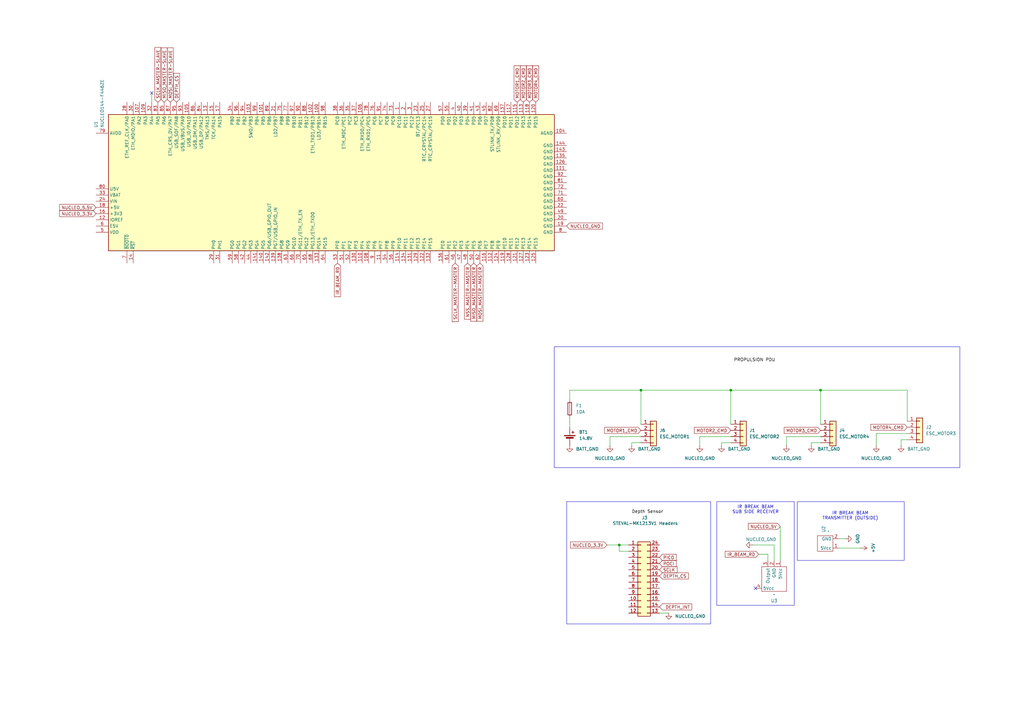
<source format=kicad_sch>
(kicad_sch (version 20231120) (generator "eeschema") (generator_version "8.0")
  (paper "A3")
  (lib_symbols
    (symbol "Connector_Generic:Conn_01x04" (pin_names (offset 1.016) hide)
      (property "Reference" "J" (at 0 5.08 0))
      (property "Value" "Conn_01x04" (at 0 -7.62 0))
      (symbol "Conn_01x04_1_1"
        (rectangle (start -1.27 -4.953) (end 0 -5.207) (stroke (width 0.1524)))
        (rectangle (start -1.27 -2.413) (end 0 -2.667) (stroke (width 0.1524)))
        (rectangle (start -1.27 0.127) (end 0 -0.127) (stroke (width 0.1524)))
        (rectangle (start -1.27 2.667) (end 0 2.413) (stroke (width 0.1524)))
        (rectangle (start -1.27 3.81) (end 1.27 -6.35) (stroke (width 0.254)) (fill (type background)))
        (pin passive line (at -5.08 2.54 0) (length 3.81) (name "Pin_1") (number "1"))
        (pin passive line (at -5.08 0 0) (length 3.81) (name "Pin_2") (number "2"))
        (pin passive line (at -5.08 -2.54 0) (length 3.81) (name "Pin_3") (number "3"))
        (pin passive line (at -5.08 -5.08 0) (length 3.81) (name "Pin_4") (number "4"))
      )
    )
    (symbol "Connector_Generic:Conn_02x12_Counter_Clockwise" (pin_names (offset 1.016) hide)
      (property "Reference" "J" (at 1.27 15.24 0))
      (property "Value" "Conn_02x12_Counter_Clockwise" (at 1.27 -17.78 0))
      (symbol "Conn_02x12_Counter_Clockwise_1_1"
        (rectangle (start -1.27 -15.113) (end 0 -15.367) (stroke (width 0.1524)))
        (rectangle (start -1.27 -12.573) (end 0 -12.827) (stroke (width 0.1524)))
        (rectangle (start -1.27 -10.033) (end 0 -10.287) (stroke (width 0.1524)))
        (rectangle (start -1.27 -7.493) (end 0 -7.747) (stroke (width 0.1524)))
        (rectangle (start -1.27 -4.953) (end 0 -5.207) (stroke (width 0.1524)))
        (rectangle (start -1.27 -2.413) (end 0 -2.667) (stroke (width 0.1524)))
        (rectangle (start -1.27 0.127) (end 0 -0.127) (stroke (width 0.1524)))
        (rectangle (start -1.27 2.667) (end 0 2.413) (stroke (width 0.1524)))
        (rectangle (start -1.27 5.207) (end 0 4.953) (stroke (width 0.1524)))
        (rectangle (start -1.27 7.747) (end 0 7.493) (stroke (width 0.1524)))
        (rectangle (start -1.27 10.287) (end 0 10.033) (stroke (width 0.1524)))
        (rectangle (start -1.27 12.827) (end 0 12.573) (stroke (width 0.1524)))
        (rectangle (start -1.27 13.97) (end 3.81 -16.51) (stroke (width 0.254)) (fill (type background)))
        (rectangle (start 3.81 -15.113) (end 2.54 -15.367) (stroke (width 0.1524)))
        (rectangle (start 3.81 -12.573) (end 2.54 -12.827) (stroke (width 0.1524)))
        (rectangle (start 3.81 -10.033) (end 2.54 -10.287) (stroke (width 0.1524)))
        (rectangle (start 3.81 -7.493) (end 2.54 -7.747) (stroke (width 0.1524)))
        (rectangle (start 3.81 -4.953) (end 2.54 -5.207) (stroke (width 0.1524)))
        (rectangle (start 3.81 -2.413) (end 2.54 -2.667) (stroke (width 0.1524)))
        (rectangle (start 3.81 0.127) (end 2.54 -0.127) (stroke (width 0.1524)))
        (rectangle (start 3.81 2.667) (end 2.54 2.413) (stroke (width 0.1524)))
        (rectangle (start 3.81 5.207) (end 2.54 4.953) (stroke (width 0.1524)))
        (rectangle (start 3.81 7.747) (end 2.54 7.493) (stroke (width 0.1524)))
        (rectangle (start 3.81 10.287) (end 2.54 10.033) (stroke (width 0.1524)))
        (rectangle (start 3.81 12.827) (end 2.54 12.573) (stroke (width 0.1524)))
        (pin passive line (at -5.08 12.7 0) (length 3.81) (name "Pin_1") (number "1"))
        (pin passive line (at -5.08 -10.16 0) (length 3.81) (name "Pin_10") (number "10"))
        (pin passive line (at -5.08 -12.7 0) (length 3.81) (name "Pin_11") (number "11"))
        (pin passive line (at -5.08 -15.24 0) (length 3.81) (name "Pin_12") (number "12"))
        (pin passive line (at 7.62 -15.24 180) (length 3.81) (name "Pin_13") (number "13"))
        (pin passive line (at 7.62 -12.7 180) (length 3.81) (name "Pin_14") (number "14"))
        (pin passive line (at 7.62 -10.16 180) (length 3.81) (name "Pin_15") (number "15"))
        (pin passive line (at 7.62 -7.62 180) (length 3.81) (name "Pin_16") (number "16"))
        (pin passive line (at 7.62 -5.08 180) (length 3.81) (name "Pin_17") (number "17"))
        (pin passive line (at 7.62 -2.54 180) (length 3.81) (name "Pin_18") (number "18"))
        (pin passive line (at 7.62 0 180) (length 3.81) (name "Pin_19") (number "19"))
        (pin passive line (at -5.08 10.16 0) (length 3.81) (name "Pin_2") (number "2"))
        (pin passive line (at 7.62 2.54 180) (length 3.81) (name "Pin_20") (number "20"))
        (pin passive line (at 7.62 5.08 180) (length 3.81) (name "Pin_21") (number "21"))
        (pin passive line (at 7.62 7.62 180) (length 3.81) (name "Pin_22") (number "22"))
        (pin passive line (at 7.62 10.16 180) (length 3.81) (name "Pin_23") (number "23"))
        (pin passive line (at 7.62 12.7 180) (length 3.81) (name "Pin_24") (number "24"))
        (pin passive line (at -5.08 7.62 0) (length 3.81) (name "Pin_3") (number "3"))
        (pin passive line (at -5.08 5.08 0) (length 3.81) (name "Pin_4") (number "4"))
        (pin passive line (at -5.08 2.54 0) (length 3.81) (name "Pin_5") (number "5"))
        (pin passive line (at -5.08 0 0) (length 3.81) (name "Pin_6") (number "6"))
        (pin passive line (at -5.08 -2.54 0) (length 3.81) (name "Pin_7") (number "7"))
        (pin passive line (at -5.08 -5.08 0) (length 3.81) (name "Pin_8") (number "8"))
        (pin passive line (at -5.08 -7.62 0) (length 3.81) (name "Pin_9") (number "9"))
      )
    )
    (symbol "Device:Battery_Cell" (pin_numbers hide) (pin_names (offset 0) hide)
      (property "Reference" "BT" (at 2.54 2.54 0))
      (property "Value" "Battery_Cell" (at 2.54 0 0))
      (symbol "Battery_Cell_0_1"
        (rectangle (start -2.286 1.778) (end 2.286 1.524) (fill (type outline)))
        (rectangle (start -1.524 1.016) (end 1.524 0.508) (fill (type outline)))
        (polyline (pts (xy 0 0.762) (xy 0 0)))
        (polyline (pts (xy 0 1.778) (xy 0 2.54)))
        (polyline (pts (xy 0.762 3.048) (xy 1.778 3.048)) (stroke (width 0.254)))
        (polyline (pts (xy 1.27 3.556) (xy 1.27 2.54)) (stroke (width 0.254)))
      )
      (symbol "Battery_Cell_1_1"
        (pin passive line (at 0 5.08 270) (length 2.54) (name "+") (number "1"))
        (pin passive line (at 0 -2.54 90) (length 2.54) (name "-") (number "2"))
      )
    )
    (symbol "Device:Fuse" (pin_numbers hide) (pin_names (offset 0))
      (property "Reference" "F" (at 2.032 0 90))
      (property "Value" "Fuse" (at -1.905 0 90))
      (symbol "Fuse_0_1"
        (rectangle (start -0.762 -2.54) (end 0.762 2.54) (stroke (width 0.254)))
        (polyline (pts (xy 0 2.54) (xy 0 -2.54)))
      )
      (symbol "Fuse_1_1"
        (pin passive line (at 0 3.81 270) (length 1.27) (name "~") (number "1"))
        (pin passive line (at 0 -3.81 90) (length 1.27) (name "~") (number "2"))
      )
    )
    (symbol "IR_BreakBeam_Sensor_Adafruit:IR_BreakBeam_Receiver"
      (property "Reference" "U" (at -2.032 0.508 0))
      (symbol "IR_BreakBeam_Receiver_0_1"
        (rectangle (start -1.27 10.16) (end 8.89 0))
      )
      (symbol "IR_BreakBeam_Receiver_1_1"
        (pin power_in line (at 1.27 -2.54 90) (length 2.54) (name "5Vcc") (number "1"))
        (pin output line (at 3.81 -2.54 90) (length 2.54) (name "GND") (number "2"))
        (pin output line (at 6.35 -2.54 90) (length 2.54) (name "Output") (number "3"))
        (pin power_in line (at 11.43 8.89 180) (length 2.54) (name "5Vcc") (number "4"))
      )
    )
    (symbol "IR_BreakBeam_Sensor_Adafruit:IR_BreakBeam_Transmitter"
      (property "Reference" "U" (at 0 0 0))
      (symbol "IR_BreakBeam_Transmitter_0_1"
        (rectangle (start 1.27 6.35) (end 7.62 0))
      )
      (symbol "IR_BreakBeam_Transmitter_1_1"
        (pin power_in line (at 2.54 -2.54 90) (length 2.54) (name "5Vcc") (number "1"))
        (pin output line (at 6.35 -2.54 90) (length 2.54) (name "GND") (number "2"))
      )
    )
    (symbol "MCU_Module:NUCLEO144-F446ZE"
      (property "Reference" "U" (at -22.86 94.615 0))
      (property "Value" "NUCLEO144-F446ZE" (at -22.86 92.71 0))
      (symbol "NUCLEO144-F446ZE_0_1"
        (rectangle (start -27.94 -91.44) (end 27.94 91.44) (stroke (width 0.254)) (fill (type background)))
      )
      (symbol "NUCLEO144-F446ZE_1_1"
        (pin bidirectional line (at 33.02 -27.94 180) (length 5.08) (name "PC10") (number "1"))
        (pin no_connect line (at -27.94 55.88 0) (length 5.08) hide (name "NC") (number "10"))
        (pin bidirectional line (at 33.02 5.08 180) (length 5.08) (name "LD3/PB14") (number "100"))
        (pin bidirectional line (at 33.02 27.94 180) (length 5.08) (name "PB5") (number "101"))
        (pin bidirectional line (at 33.02 7.62 180) (length 5.08) (name "ETH_TXD1/PB13") (number "102"))
        (pin bidirectional line (at 33.02 33.02 180) (length 5.08) (name "SWO/PB3") (number "103"))
        (pin power_in line (at 20.32 -96.52 90) (length 5.08) (name "AGND") (number "104"))
        (pin bidirectional line (at 33.02 58.42 180) (length 5.08) (name "USB_ID/PA10") (number "105"))
        (pin bidirectional line (at 33.02 -12.7 180) (length 5.08) (name "ETH_RXD0/PC4") (number "106"))
        (pin bidirectional line (at 33.02 78.74 180) (length 5.08) (name "PA2") (number "107"))
        (pin bidirectional line (at -33.02 -15.24 0) (length 5.08) (name "PF5") (number "108"))
        (pin bidirectional line (at 33.02 76.2 180) (length 5.08) (name "PA3") (number "109"))
        (pin bidirectional line (at -33.02 -20.32 0) (length 5.08) (name "PF7") (number "11"))
        (pin bidirectional line (at -33.02 -12.7 0) (length 5.08) (name "PF4") (number "110"))
        (pin power_in line (at 5.08 -96.52 90) (length 5.08) (name "GND") (number "111"))
        (pin bidirectional line (at -33.02 -66.04 0) (length 5.08) (name "PE8") (number "112"))
        (pin bidirectional line (at 33.02 -78.74 180) (length 5.08) (name "PD13") (number "113"))
        (pin bidirectional line (at -33.02 -27.94 0) (length 5.08) (name "PF10") (number "114"))
        (pin bidirectional line (at 33.02 -76.2 180) (length 5.08) (name "PD12") (number "115"))
        (pin bidirectional line (at -33.02 -63.5 0) (length 5.08) (name "PE7") (number "116"))
        (pin bidirectional line (at 33.02 -73.66 180) (length 5.08) (name "PD11") (number "117"))
        (pin bidirectional line (at 33.02 -81.28 180) (length 5.08) (name "PD14") (number "118"))
        (pin bidirectional line (at -33.02 -71.12 0) (length 5.08) (name "PE10") (number "119"))
        (pin power_in line (at -15.24 96.52 270) (length 5.08) (name "IOREF") (number "12"))
        (pin bidirectional line (at 33.02 -83.82 180) (length 5.08) (name "PD15") (number "120"))
        (pin bidirectional line (at -33.02 -76.2 0) (length 5.08) (name "PE12") (number "121"))
        (pin bidirectional line (at -33.02 -38.1 0) (length 5.08) (name "PF14") (number "122"))
        (pin bidirectional line (at -33.02 -81.28 0) (length 5.08) (name "PE14") (number "123"))
        (pin bidirectional line (at -33.02 -68.58 0) (length 5.08) (name "PE9") (number "124"))
        (pin bidirectional line (at -33.02 -83.82 0) (length 5.08) (name "PE15") (number "125"))
        (pin power_in line (at 7.62 -96.52 90) (length 5.08) (name "GND") (number "126"))
        (pin bidirectional line (at -33.02 -78.74 0) (length 5.08) (name "PE13") (number "127"))
        (pin bidirectional line (at -33.02 -73.66 0) (length 5.08) (name "PE11") (number "128"))
        (pin bidirectional line (at -33.02 -35.56 0) (length 5.08) (name "PF13") (number "129"))
        (pin bidirectional line (at 33.02 50.8 180) (length 5.08) (name "TMS/PA13") (number "13"))
        (pin bidirectional line (at -33.02 -10.16 0) (length 5.08) (name "PF3") (number "130"))
        (pin bidirectional line (at -33.02 -33.02 0) (length 5.08) (name "PF12") (number "131"))
        (pin bidirectional line (at -33.02 -40.64 0) (length 5.08) (name "PF15") (number "132"))
        (pin bidirectional line (at -33.02 5.08 0) (length 5.08) (name "PG14") (number "133"))
        (pin bidirectional line (at -33.02 -30.48 0) (length 5.08) (name "PF11") (number "134"))
        (pin power_in line (at 10.16 -96.52 90) (length 5.08) (name "GND") (number "135"))
        (pin bidirectional line (at -33.02 -45.72 0) (length 5.08) (name "PE0") (number "136"))
        (pin bidirectional line (at 33.02 -71.12 180) (length 5.08) (name "PD10") (number "137"))
        (pin bidirectional line (at -33.02 20.32 0) (length 5.08) (name "PG8") (number "138"))
        (pin bidirectional line (at -33.02 22.86 0) (length 5.08) (name "PG7/USB_GPIO_IN") (number "139"))
        (pin input line (at -33.02 81.28 0) (length 5.08) (name "~{RST}") (number "14"))
        (pin bidirectional line (at -33.02 27.94 0) (length 5.08) (name "PG5") (number "140"))
        (pin bidirectional line (at -33.02 30.48 0) (length 5.08) (name "PG4") (number "141"))
        (pin bidirectional line (at -33.02 25.4 0) (length 5.08) (name "PG6/USB_GPIO_OUT") (number "142"))
        (pin power_in line (at 12.7 -96.52 90) (length 5.08) (name "GND") (number "143"))
        (pin power_in line (at 15.24 -96.52 90) (length 5.08) (name "GND") (number "144"))
        (pin bidirectional line (at 33.02 48.26 180) (length 5.08) (name "TCK/PA14") (number "15"))
        (pin power_in line (at -12.7 96.52 270) (length 5.08) (name "+3V3") (number "16"))
        (pin bidirectional line (at 33.02 45.72 180) (length 5.08) (name "PA15") (number "17"))
        (pin power_in line (at -10.16 96.52 270) (length 5.08) (name "+5V") (number "18"))
        (pin power_in line (at -17.78 -96.52 90) (length 5.08) (name "GND") (number "19"))
        (pin bidirectional line (at 33.02 -30.48 180) (length 5.08) (name "PC11") (number "2"))
        (pin power_in line (at -15.24 -96.52 90) (length 5.08) (name "GND") (number "20"))
        (pin bidirectional line (at 33.02 22.86 180) (length 5.08) (name "LD2/PB7") (number "21"))
        (pin power_in line (at -10.16 -96.52 90) (length 5.08) (name "GND") (number "22"))
        (pin bidirectional line (at 33.02 -35.56 180) (length 5.08) (name "BT/PC13") (number "23"))
        (pin power_in line (at -7.62 96.52 270) (length 5.08) (name "VIN") (number "24"))
        (pin bidirectional line (at 33.02 -38.1 180) (length 5.08) (name "RTC_CRYSTAL/PC14") (number "25"))
        (pin no_connect line (at -27.94 58.42 0) (length 5.08) hide (name "NC") (number "26"))
        (pin bidirectional line (at 33.02 -40.64 180) (length 5.08) (name "RTC_CRYSTAL/PC15") (number "27"))
        (pin bidirectional line (at 33.02 83.82 180) (length 5.08) (name "ETH_REF_CLK/PA0") (number "28"))
        (pin bidirectional line (at -33.02 48.26 0) (length 5.08) (name "PH0") (number "29"))
        (pin bidirectional line (at 33.02 -33.02 180) (length 5.08) (name "PC12") (number "3"))
        (pin bidirectional line (at 33.02 81.28 180) (length 5.08) (name "ETH_MDIO/PA1") (number "30"))
        (pin bidirectional line (at -33.02 45.72 0) (length 5.08) (name "PH1") (number "31"))
        (pin bidirectional line (at 33.02 73.66 180) (length 5.08) (name "PA4") (number "32"))
        (pin power_in line (at -5.08 96.52 270) (length 5.08) (name "VBAT") (number "33"))
        (pin bidirectional line (at 33.02 40.64 180) (length 5.08) (name "PB0") (number "34"))
        (pin bidirectional line (at 33.02 -7.62 180) (length 5.08) (name "PC2") (number "35"))
        (pin bidirectional line (at 33.02 -5.08 180) (length 5.08) (name "ETH_MDC/PC1") (number "36"))
        (pin bidirectional line (at 33.02 -10.16 180) (length 5.08) (name "PC3") (number "37"))
        (pin bidirectional line (at 33.02 -2.54 180) (length 5.08) (name "PC0") (number "38"))
        (pin bidirectional line (at 33.02 -55.88 180) (length 5.08) (name "PD4") (number "39"))
        (pin bidirectional line (at 33.02 -50.8 180) (length 5.08) (name "PD2") (number "4"))
        (pin bidirectional line (at 33.02 -53.34 180) (length 5.08) (name "PD3") (number "40"))
        (pin bidirectional line (at 33.02 -58.42 180) (length 5.08) (name "PD5") (number "41"))
        (pin bidirectional line (at -33.02 35.56 0) (length 5.08) (name "PG2") (number "42"))
        (pin bidirectional line (at 33.02 -60.96 180) (length 5.08) (name "PD6") (number "43"))
        (pin bidirectional line (at -33.02 33.02 0) (length 5.08) (name "PG3") (number "44"))
        (pin bidirectional line (at 33.02 -63.5 180) (length 5.08) (name "PD7") (number "45"))
        (pin bidirectional line (at -33.02 -50.8 0) (length 5.08) (name "PE2") (number "46"))
        (pin bidirectional line (at -33.02 -53.34 0) (length 5.08) (name "PE3") (number "47"))
        (pin bidirectional line (at -33.02 -55.88 0) (length 5.08) (name "PE4") (number "48"))
        (pin power_in line (at -12.7 -96.52 90) (length 5.08) (name "GND") (number "49"))
        (pin power_in line (at -20.32 96.52 270) (length 5.08) (name "VDD") (number "5"))
        (pin bidirectional line (at -33.02 -58.42 0) (length 5.08) (name "PE5") (number "50"))
        (pin bidirectional line (at -33.02 -5.08 0) (length 5.08) (name "PF1") (number "51"))
        (pin bidirectional line (at -33.02 -7.62 0) (length 5.08) (name "PF2") (number "52"))
        (pin bidirectional line (at -33.02 -2.54 0) (length 5.08) (name "PF0") (number "53"))
        (pin bidirectional line (at -33.02 -22.86 0) (length 5.08) (name "PF8") (number "54"))
        (pin bidirectional line (at 33.02 -48.26 180) (length 5.08) (name "PD1") (number "55"))
        (pin bidirectional line (at -33.02 -25.4 0) (length 5.08) (name "PF9") (number "56"))
        (pin bidirectional line (at 33.02 -45.72 180) (length 5.08) (name "PD0") (number "57"))
        (pin bidirectional line (at -33.02 38.1 0) (length 5.08) (name "PG1") (number "58"))
        (pin bidirectional line (at -33.02 40.64 0) (length 5.08) (name "PG0") (number "59"))
        (pin power_in line (at -17.78 96.52 270) (length 5.08) (name "E5V") (number "6"))
        (pin power_in line (at -7.62 -96.52 90) (length 5.08) (name "GND") (number "60"))
        (pin bidirectional line (at -33.02 -48.26 0) (length 5.08) (name "PE1") (number "61"))
        (pin bidirectional line (at -33.02 -60.96 0) (length 5.08) (name "PE6") (number "62"))
        (pin bidirectional line (at -33.02 17.78 0) (length 5.08) (name "PG9") (number "63"))
        (pin bidirectional line (at -33.02 2.54 0) (length 5.08) (name "PG15") (number "64"))
        (pin bidirectional line (at -33.02 10.16 0) (length 5.08) (name "PG12") (number "65"))
        (pin bidirectional line (at -33.02 15.24 0) (length 5.08) (name "PG10") (number "66"))
        (pin no_connect line (at -27.94 53.34 0) (length 5.08) hide (name "NC") (number "67"))
        (pin bidirectional line (at -33.02 7.62 0) (length 5.08) (name "PG13/ETH_TXD0") (number "68"))
        (pin bidirectional line (at 33.02 -68.58 180) (length 5.08) (name "STLINK_RX/PD9") (number "69"))
        (pin input line (at -33.02 83.82 0) (length 5.08) (name "~{BOOT0}") (number "7"))
        (pin bidirectional line (at -33.02 12.7 0) (length 5.08) (name "PG11/ETH_TX_EN") (number "70"))
        (pin power_in line (at -5.08 -96.52 90) (length 5.08) (name "GND") (number "71"))
        (pin power_in line (at -2.54 -96.52 90) (length 5.08) (name "GND") (number "72"))
        (pin bidirectional line (at 33.02 -25.4 180) (length 5.08) (name "PC9") (number "73"))
        (pin bidirectional line (at 33.02 -22.86 180) (length 5.08) (name "PC8") (number "74"))
        (pin bidirectional line (at 33.02 20.32 180) (length 5.08) (name "PB8") (number "75"))
        (pin bidirectional line (at 33.02 -17.78 180) (length 5.08) (name "PC6") (number "76"))
        (pin bidirectional line (at 33.02 17.78 180) (length 5.08) (name "PB9") (number "77"))
        (pin bidirectional line (at 33.02 -15.24 180) (length 5.08) (name "ETH_RXD1/PC5") (number "78"))
        (pin power_in line (at 20.32 96.52 270) (length 5.08) (name "AVDD") (number "79"))
        (pin power_in line (at -20.32 -96.52 90) (length 5.08) (name "GND") (number "8"))
        (pin power_in line (at -2.54 96.52 270) (length 5.08) (name "U5V") (number "80"))
        (pin power_in line (at 0 -96.52 90) (length 5.08) (name "GND") (number "81"))
        (pin bidirectional line (at 33.02 -66.04 180) (length 5.08) (name "STLINK_TX/PD8") (number "82"))
        (pin bidirectional line (at 33.02 71.12 180) (length 5.08) (name "PA5") (number "83"))
        (pin bidirectional line (at 33.02 53.34 180) (length 5.08) (name "USB_DP/PA12") (number "84"))
        (pin bidirectional line (at 33.02 68.58 180) (length 5.08) (name "PA6") (number "85"))
        (pin bidirectional line (at 33.02 55.88 180) (length 5.08) (name "USB_DM/PA11") (number "86"))
        (pin bidirectional line (at 33.02 66.04 180) (length 5.08) (name "ETH_CRS_DV/PA7") (number "87"))
        (pin bidirectional line (at 33.02 10.16 180) (length 5.08) (name "PB12") (number "88"))
        (pin bidirectional line (at 33.02 25.4 180) (length 5.08) (name "PB6") (number "89"))
        (pin bidirectional line (at -33.02 -17.78 0) (length 5.08) (name "PF6") (number "9"))
        (pin bidirectional line (at 33.02 12.7 180) (length 5.08) (name "PB11") (number "90"))
        (pin bidirectional line (at 33.02 -20.32 180) (length 5.08) (name "PC7") (number "91"))
        (pin power_in line (at 2.54 -96.52 90) (length 5.08) (name "GND") (number "92"))
        (pin bidirectional line (at 33.02 60.96 180) (length 5.08) (name "USB_VBUS/PA9") (number "93"))
        (pin bidirectional line (at 33.02 35.56 180) (length 5.08) (name "PB2") (number "94"))
        (pin bidirectional line (at 33.02 63.5 180) (length 5.08) (name "USB_SOF/PA8") (number "95"))
        (pin bidirectional line (at 33.02 38.1 180) (length 5.08) (name "PB1") (number "96"))
        (pin bidirectional line (at 33.02 15.24 180) (length 5.08) (name "PB10") (number "97"))
        (pin bidirectional line (at 33.02 2.54 180) (length 5.08) (name "PB15") (number "98"))
        (pin bidirectional line (at 33.02 30.48 180) (length 5.08) (name "PB4") (number "99"))
      )
    )
    (symbol "power:+5V" (power) (pin_numbers hide) (pin_names (offset 0) hide)
      (property "Value" "+5V" (at 0 3.556 0))
      (symbol "+5V_0_1"
        (polyline (pts (xy -0.762 1.27) (xy 0 2.54)))
        (polyline (pts (xy 0 0) (xy 0 2.54)))
        (polyline (pts (xy 0 2.54) (xy 0.762 1.27)))
      )
      (symbol "+5V_1_1"
        (pin power_in line (at 0 0 90) (length 0) (name "~") (number "1"))
      )
    )
    (symbol "power:GND" (power) (pin_numbers hide) (pin_names (offset 0) hide)
      (property "Value" "GND" (at 0 -3.81 0))
      (symbol "GND_0_1"
        (polyline (pts (xy 0 0) (xy 0 -1.27) (xy 1.27 -1.27) (xy 0 -2.54) (xy -1.27 -1.27) (xy 0 -1.27)))
      )
      (symbol "GND_1_1"
        (pin power_in line (at 0 0 270) (length 0) (name "~") (number "1"))
      )
    )
  )
  (junction (at 254 223.52))
  (junction (at 262.89 160.02))
  (junction (at 336.55 160.02))
  (junction (at 299.72 160.02))
  (no_connect (at 309.88 241.3))
  (no_connect (at 62.23 38.1))
  (wire (pts (xy 336.55 173.99) (xy 336.55 160.02)))
  (wire (pts (xy 344.17 220.98) (xy 346.71 220.98)))
  (wire (pts (xy 359.41 182.88) (xy 359.41 177.8)))
  (wire (pts (xy 317.5 223.52) (xy 317.5 229.87)))
  (wire (pts (xy 299.72 173.99) (xy 299.72 160.02)))
  (wire (pts (xy 262.89 160.02) (xy 262.89 173.99)))
  (wire (pts (xy 233.68 160.02) (xy 233.68 163.83)))
  (wire (pts (xy 254 226.06) (xy 254 223.52)))
  (wire (pts (xy 322.58 182.88) (xy 322.58 179.07)))
  (wire (pts (xy 299.72 160.02) (xy 262.89 160.02)))
  (wire (pts (xy 332.74 182.88) (xy 332.74 181.61)))
  (wire (pts (xy 62.23 38.1) (xy 62.23 41.91)))
  (wire (pts (xy 250.19 179.07) (xy 262.89 179.07)))
  (wire (pts (xy 372.11 172.72) (xy 372.11 160.02)))
  (wire (pts (xy 233.68 171.45) (xy 233.68 175.26)))
  (wire (pts (xy 311.15 227.33) (xy 314.96 227.33)))
  (wire (pts (xy 259.08 181.61) (xy 262.89 181.61)))
  (wire (pts (xy 270.51 251.46) (xy 274.32 251.46)))
  (wire (pts (xy 314.96 229.87) (xy 314.96 227.33)))
  (wire (pts (xy 257.81 226.06) (xy 254 226.06)))
  (wire (pts (xy 344.17 224.79) (xy 353.06 224.79)))
  (wire (pts (xy 322.58 179.07) (xy 336.55 179.07)))
  (wire (pts (xy 250.19 179.07) (xy 250.19 182.88)))
  (wire (pts (xy 332.74 181.61) (xy 336.55 181.61)))
  (wire (pts (xy 295.91 182.88) (xy 295.91 181.61)))
  (wire (pts (xy 259.08 181.61) (xy 259.08 182.88)))
  (wire (pts (xy 369.57 182.88) (xy 369.57 180.34)))
  (wire (pts (xy 369.57 180.34) (xy 372.11 180.34)))
  (wire (pts (xy 254 223.52) (xy 257.81 223.52)))
  (wire (pts (xy 287.02 182.88) (xy 287.02 179.07)))
  (wire (pts (xy 295.91 181.61) (xy 299.72 181.61)))
  (wire (pts (xy 336.55 160.02) (xy 299.72 160.02)))
  (wire (pts (xy 359.41 177.8) (xy 372.11 177.8)))
  (wire (pts (xy 372.11 160.02) (xy 336.55 160.02)))
  (wire (pts (xy 320.04 229.87) (xy 320.04 215.9)))
  (wire (pts (xy 248.92 223.52) (xy 254 223.52)))
  (wire (pts (xy 308.61 223.52) (xy 317.5 223.52)))
  (wire (pts (xy 287.02 179.07) (xy 299.72 179.07)))
  (wire (pts (xy 233.68 160.02) (xy 262.89 160.02)))
  (rectangle (start 294.005 205.74) (end 325.755 248.285))
  (rectangle (start 232.41 205.74) (end 291.465 255.905))
  (rectangle (start 327.025 205.74) (end 370.84 229.87))
  (rectangle (start 227.33 142.24) (end 393.7 191.77))
  (text "IR BREAK BEAM\nTRANSMITTER (OUTSIDE)" (at 348.742 211.582 0) (effects (font (size 1.27 1.27))))
  (text "IR BREAK BEAM\nSUB SIDE RECEIVER" (at 309.88 209.042 0) (effects (font (size 1.27 1.27))))
  (label "PROPULSION PDU" (at 300.99 148.59 0))
  (label "Depth Sensor" (at 259.08 210.82 0))
  (global_label "DEPTH_CS" (shape input) (at 270.51 236.22 0) (property "Intersheetrefs" "${INTERSHEET_REFS}" (effects (hide yes))))
  (global_label "MOTOR1_CMD" (shape input) (at 212.09 41.91 90) (property "Intersheetrefs" "${INTERSHEET_REFS}" (effects (hide yes))))
  (global_label "MOTOR4_CMD" (shape input) (at 372.11 175.26 180) (property "Intersheetrefs" "${INTERSHEET_REFS}" (effects (hide yes))))
  (global_label "DEPTH_CS" (shape input) (at 72.39 41.91 90) (property "Intersheetrefs" "${INTERSHEET_REFS}" (effects (hide yes))))
  (global_label "SCLK_MASTER-MASTER" (shape input) (at 186.69 107.95 270) (property "Intersheetrefs" "${INTERSHEET_REFS}" (effects (hide yes))))
  (global_label "MOTOR4_CMD" (shape input) (at 219.71 41.91 90) (property "Intersheetrefs" "${INTERSHEET_REFS}" (effects (hide yes))))
  (global_label "NUCLEO_GND" (shape input) (at 232.41 92.71 0) (property "Intersheetrefs" "${INTERSHEET_REFS}" (effects (hide yes))))
  (global_label "NUCLEO_5.5V" (shape input) (at 39.37 85.09 180) (property "Intersheetrefs" "${INTERSHEET_REFS}" (effects (hide yes))))
  (global_label "SCLK" (shape input) (at 270.51 233.68 0) (property "Intersheetrefs" "${INTERSHEET_REFS}" (effects (hide yes))))
  (global_label "NUCLEO_5V" (shape input) (at 320.04 215.9 180) (property "Intersheetrefs" "${INTERSHEET_REFS}" (effects (hide yes))))
  (global_label "POCI" (shape input) (at 270.51 231.14 0) (property "Intersheetrefs" "${INTERSHEET_REFS}" (effects (hide yes))))
  (global_label "IR_BEAM_RD" (shape input) (at 311.15 227.33 180) (property "Intersheetrefs" "${INTERSHEET_REFS}" (effects (hide yes))))
  (global_label "MOTOR1_CMD" (shape input) (at 262.89 176.53 180) (property "Intersheetrefs" "${INTERSHEET_REFS}" (effects (hide yes))))
  (global_label "PICO" (shape input) (at 270.51 228.6 0) (property "Intersheetrefs" "${INTERSHEET_REFS}" (effects (hide yes))))
  (global_label "MOTOR2_CMD" (shape input) (at 214.63 41.91 90) (property "Intersheetrefs" "${INTERSHEET_REFS}" (effects (hide yes))))
  (global_label "IR_BEAM_RD" (shape input) (at 138.43 107.95 270) (property "Intersheetrefs" "${INTERSHEET_REFS}" (effects (hide yes))))
  (global_label "MOTOR2_CMD" (shape input) (at 299.72 176.53 180) (property "Intersheetrefs" "${INTERSHEET_REFS}" (effects (hide yes))))
  (global_label "SCLK_MASTER-SLAVE" (shape input) (at 64.77 41.91 90) (property "Intersheetrefs" "${INTERSHEET_REFS}" (effects (hide yes))))
  (global_label "NSS_MASTER-MASTER" (shape input) (at 191.77 107.95 270) (property "Intersheetrefs" "${INTERSHEET_REFS}" (effects (hide yes))))
  (global_label "MOTOR3_CMD" (shape input) (at 336.55 176.53 180) (property "Intersheetrefs" "${INTERSHEET_REFS}" (effects (hide yes))))
  (global_label " DEPTH_INT" (shape input) (at 270.51 248.92 0) (property "Intersheetrefs" "${INTERSHEET_REFS}" (effects (hide yes))))
  (global_label "MOTOR3_CMD" (shape input) (at 217.17 41.91 90) (property "Intersheetrefs" "${INTERSHEET_REFS}" (effects (hide yes))))
  (global_label "NUCLEO_3.3V" (shape input) (at 39.37 87.63 180) (property "Intersheetrefs" "${INTERSHEET_REFS}" (effects (hide yes))))
  (global_label "NUCLEO_3.3V" (shape input) (at 248.92 223.52 180) (property "Intersheetrefs" "${INTERSHEET_REFS}" (effects (hide yes))))
  (global_label "MOSI_MASTER-SLAVE" (shape input) (at 69.85 41.91 90) (property "Intersheetrefs" "${INTERSHEET_REFS}" (effects (hide yes))))
  (global_label "MISO_MASTER-SLAVE" (shape input) (at 67.31 41.91 90) (property "Intersheetrefs" "${INTERSHEET_REFS}" (effects (hide yes))))
  (global_label "MOSI_MASTER-MASTER" (shape input) (at 196.85 107.95 270) (property "Intersheetrefs" "${INTERSHEET_REFS}" (effects (hide yes))))
  (global_label "MISO_MASTER-MASTER" (shape input) (at 194.31 107.95 270) (property "Intersheetrefs" "${INTERSHEET_REFS}" (effects (hide yes))))
  (symbol (lib_id "power:+5V") (at 353.06 224.79 270) (unit 1)
    (property "Reference" "#PWR018" (effects (hide yes)))
    (property "Value" "+5V" (at 358.14 224.79 0))
    (property "Description" "Power symbol creates a global label with name \"+5V\"" (effects (hide yes)))
  )
  (symbol (lib_id "IR_BreakBeam_Sensor_Adafruit:IR_BreakBeam_Transmitter") (at 341.63 227.33 90) (unit 1)
    (property "Reference" "U2" (at 337.8199 218.44 0) (effects (justify left)))
    (property "Value" "~" (at 339.725 218.44 0) (effects (justify left)))
  )
  (symbol (lib_id "power:GND") (at 274.32 251.46 0) (unit 1)
    (property "Reference" "#PWR03" (effects (hide yes)))
    (property "Value" "NUCLEO_GND" (at 276.86 252.7299 0) (effects (justify left)))
    (property "Description" "Power symbol creates a global label with name \"GND\" , ground" (effects (hide yes)))
  )
  (symbol (lib_id "power:GND") (at 322.58 182.88 0) (unit 1)
    (property "Reference" "#PWR05" (effects (hide yes)))
    (property "Value" "NUCLEO_GND" (at 322.58 187.96 0))
    (property "Description" "Power symbol creates a global label with name \"GND\" , ground" (effects (hide yes)))
  )
  (symbol (lib_id "power:GND") (at 346.71 220.98 90) (unit 1)
    (property "Reference" "#PWR02" (effects (hide yes)))
    (property "Value" "GND" (at 351.79 220.98 0))
    (property "Description" "Power symbol creates a global label with name \"GND\" , ground" (effects (hide yes)))
  )
  (symbol (lib_id "Connector_Generic:Conn_01x04") (at 377.19 175.26 0) (unit 1)
    (property "Reference" "J2" (at 379.73 175.2599 0) (effects (justify left)))
    (property "Value" "ESC_MOTOR3" (at 379.73 177.7999 0) (effects (justify left)))
    (property "Description" "Generic connector, single row, 01x04, script generated (kicad-library-utils/schlib/autogen/connector/)" (effects (hide yes)))
  )
  (symbol (lib_id "Connector_Generic:Conn_02x12_Counter_Clockwise") (at 262.89 236.22 0) (unit 1)
    (property "Reference" "J3" (at 264.414 212.344 0))
    (property "Value" "STEVAL-MK1213V1 Headers" (at 264.668 214.63 0))
    (property "Description" "Generic connector, double row, 02x12, counter clockwise pin numbering scheme (similar to DIP package numbering), script generated (kicad-library-utils/schlib/autogen/connector/)" (effects (hide yes)))
  )
  (symbol (lib_id "Connector_Generic:Conn_01x04") (at 304.8 176.53 0) (unit 1)
    (property "Reference" "J1" (at 307.34 176.5299 0) (effects (justify left)))
    (property "Value" "ESC_MOTOR2" (at 307.34 179.0699 0) (effects (justify left)))
    (property "Description" "Generic connector, single row, 01x04, script generated (kicad-library-utils/schlib/autogen/connector/)" (effects (hide yes)))
  )
  (symbol (lib_id "power:GND") (at 287.02 182.88 0) (unit 1)
    (property "Reference" "#PWR04" (effects (hide yes)))
    (property "Value" "NUCLEO_GND" (at 287.02 187.96 0))
    (property "Description" "Power symbol creates a global label with name \"GND\" , ground" (effects (hide yes)))
  )
  (symbol (lib_id "power:GND") (at 369.57 182.88 0) (unit 1)
    (property "Reference" "#PWR010" (effects (hide yes)))
    (property "Value" "BATT_GND" (at 372.11 184.1499 0) (effects (justify left)))
    (property "Description" "Power symbol creates a global label with name \"GND\" , ground" (effects (hide yes)))
  )
  (symbol (lib_id "power:GND") (at 308.61 223.52 270) (unit 1)
    (property "Reference" "#PWR020" (effects (hide yes)))
    (property "Value" "NUCLEO_GND" (at 312.166 221.234 90))
    (property "Description" "Power symbol creates a global label with name \"GND\" , ground" (effects (hide yes)))
  )
  (symbol (lib_id "power:GND") (at 359.41 182.88 0) (unit 1)
    (property "Reference" "#PWR06" (effects (hide yes)))
    (property "Value" "NUCLEO_GND" (at 359.41 187.96 0))
    (property "Description" "Power symbol creates a global label with name \"GND\" , ground" (effects (hide yes)))
  )
  (symbol (lib_id "Device:Fuse") (at 233.68 167.64 0) (unit 1)
    (property "Reference" "F1" (at 236.22 166.3699 0) (effects (justify left)))
    (property "Value" "10A" (at 236.22 168.9099 0) (effects (justify left)))
    (property "Description" "Fuse" (effects (hide yes)))
  )
  (symbol (lib_id "Connector_Generic:Conn_01x04") (at 267.97 176.53 0) (unit 1)
    (property "Reference" "J6" (at 270.51 176.5299 0) (effects (justify left)))
    (property "Value" "ESC_MOTOR1" (at 270.51 179.0699 0) (effects (justify left)))
    (property "Description" "Generic connector, single row, 01x04, script generated (kicad-library-utils/schlib/autogen/connector/)" (effects (hide yes)))
  )
  (symbol (lib_id "power:GND") (at 259.08 182.88 0) (unit 1)
    (property "Reference" "#PWR08" (effects (hide yes)))
    (property "Value" "BATT_GND" (at 261.62 184.1499 0) (effects (justify left)))
    (property "Description" "Power symbol creates a global label with name \"GND\" , ground" (effects (hide yes)))
  )
  (symbol (lib_id "IR_BreakBeam_Sensor_Adafruit:IR_BreakBeam_Receiver") (at 321.31 232.41 180) (unit 1)
    (property "Reference" "U3" (at 317.5 246.38 0))
    (property "Value" "~" (at 317.5 243.84 0))
  )
  (symbol (lib_id "power:GND") (at 250.19 182.88 0) (unit 1)
    (property "Reference" "#PWR01" (effects (hide yes)))
    (property "Value" "NUCLEO_GND" (at 250.19 187.96 0))
    (property "Description" "Power symbol creates a global label with name \"GND\" , ground" (effects (hide yes)))
  )
  (symbol (lib_id "power:GND") (at 295.91 182.88 0) (unit 1)
    (property "Reference" "#PWR07" (effects (hide yes)))
    (property "Value" "BATT_GND" (at 298.45 184.1499 0) (effects (justify left)))
    (property "Description" "Power symbol creates a global label with name \"GND\" , ground" (effects (hide yes)))
  )
  (symbol (lib_id "Device:Battery_Cell") (at 233.68 180.34 0) (unit 1)
    (property "Reference" "BT1" (at 237.49 177.2284 0) (effects (justify left)))
    (property "Value" "14.8V" (at 237.49 179.7684 0) (effects (justify left)))
    (property "Description" "Single-cell battery" (effects (hide yes)))
  )
  (symbol (lib_id "Connector_Generic:Conn_01x04") (at 341.63 176.53 0) (unit 1)
    (property "Reference" "J4" (at 344.17 176.5299 0) (effects (justify left)))
    (property "Value" "ESC_MOTOR4" (at 344.17 179.0699 0) (effects (justify left)))
    (property "Description" "Generic connector, single row, 01x04, script generated (kicad-library-utils/schlib/autogen/connector/)" (effects (hide yes)))
  )
  (symbol (lib_id "power:GND") (at 233.68 182.88 0) (unit 1)
    (property "Reference" "#PWR012" (effects (hide yes)))
    (property "Value" "BATT_GND" (at 236.22 184.1499 0) (effects (justify left)))
    (property "Description" "Power symbol creates a global label with name \"GND\" , ground" (effects (hide yes)))
  )
  (symbol (lib_id "MCU_Module:NUCLEO144-F446ZE") (at 135.89 74.93 90) (unit 1)
    (property "Reference" "U1" (at 39.37 52.4159 0) (effects (justify left)))
    (property "Value" "NUCLEO144-F446ZE" (at 41.91 52.4159 0) (effects (justify left)))
    (property "Footprint" "Module:ST_Morpho_Connector_144_STLink" (effects (hide yes)))
    (property "Datasheet" "https://www.st.com/resource/en/user_manual/dm00244518-stm32-nucleo144-boards-stmicroelectronics.pdf" (effects (hide yes)))
    (property "Description" "Nucleo 144 Development Board with STM32F446ZET6 MCU, 128kB RAM, 512Kb FLASH" (effects (hide yes)))
  )
  (symbol (lib_id "power:GND") (at 332.74 182.88 0) (unit 1)
    (property "Reference" "#PWR09" (effects (hide yes)))
    (property "Value" "BATT_GND" (at 335.28 184.1499 0) (effects (justify left)))
    (property "Description" "Power symbol creates a global label with name \"GND\" , ground" (effects (hide yes)))
  )
)
</source>
